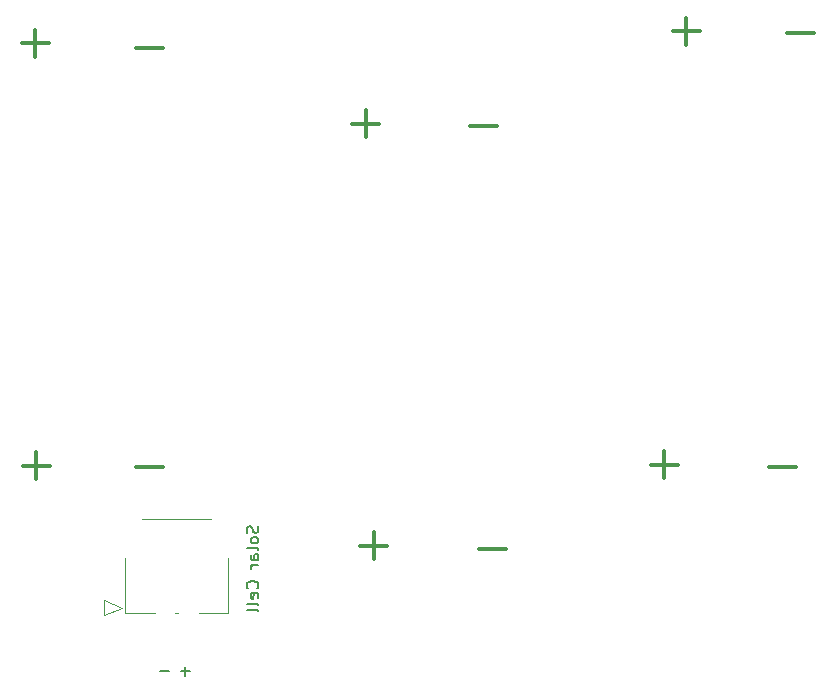
<source format=gbo>
G04 #@! TF.GenerationSoftware,KiCad,Pcbnew,(6.0.5-0)*
G04 #@! TF.CreationDate,2023-01-03T07:21:46-05:00*
G04 #@! TF.ProjectId,solar-cell-pcbs-usb,736f6c61-722d-4636-956c-6c2d70636273,3*
G04 #@! TF.SameCoordinates,Original*
G04 #@! TF.FileFunction,Legend,Bot*
G04 #@! TF.FilePolarity,Positive*
%FSLAX46Y46*%
G04 Gerber Fmt 4.6, Leading zero omitted, Abs format (unit mm)*
G04 Created by KiCad (PCBNEW (6.0.5-0)) date 2023-01-03 07:21:46*
%MOMM*%
%LPD*%
G01*
G04 APERTURE LIST*
%ADD10C,0.150000*%
%ADD11C,0.300000*%
%ADD12C,0.120000*%
%ADD13C,5.600000*%
%ADD14C,3.000000*%
%ADD15R,1.100000X1.450000*%
%ADD16R,1.350000X2.899999*%
G04 APERTURE END LIST*
D10*
X91000952Y-125791428D02*
X90239047Y-125791428D01*
D11*
X88157142Y-108514285D02*
X90442857Y-108514285D01*
D10*
X92700952Y-125771428D02*
X91939047Y-125771428D01*
X92320000Y-126152380D02*
X92320000Y-125390476D01*
D11*
X117247142Y-115414285D02*
X119532857Y-115414285D01*
X145542857Y-71785714D02*
X143257142Y-71785714D01*
X78487142Y-72634285D02*
X80772857Y-72634285D01*
X79630000Y-73777142D02*
X79630000Y-71491428D01*
X141757142Y-108514285D02*
X144042857Y-108514285D01*
X108284285Y-114007142D02*
X108284285Y-116292857D01*
X109427142Y-115150000D02*
X107141428Y-115150000D01*
X132894285Y-109452857D02*
X132894285Y-107167142D01*
X134037142Y-108310000D02*
X131751428Y-108310000D01*
X79714285Y-109542857D02*
X79714285Y-107257142D01*
X80857142Y-108400000D02*
X78571428Y-108400000D01*
X134754285Y-72742857D02*
X134754285Y-70457142D01*
X135897142Y-71600000D02*
X133611428Y-71600000D01*
X90442857Y-73024285D02*
X88157142Y-73024285D01*
X118722857Y-79644285D02*
X116437142Y-79644285D01*
X107634285Y-80572857D02*
X107634285Y-78287142D01*
X108777142Y-79430000D02*
X106491428Y-79430000D01*
D10*
X98484761Y-113484761D02*
X98532380Y-113627619D01*
X98532380Y-113865714D01*
X98484761Y-113960952D01*
X98437142Y-114008571D01*
X98341904Y-114056190D01*
X98246666Y-114056190D01*
X98151428Y-114008571D01*
X98103809Y-113960952D01*
X98056190Y-113865714D01*
X98008571Y-113675238D01*
X97960952Y-113580000D01*
X97913333Y-113532380D01*
X97818095Y-113484761D01*
X97722857Y-113484761D01*
X97627619Y-113532380D01*
X97580000Y-113580000D01*
X97532380Y-113675238D01*
X97532380Y-113913333D01*
X97580000Y-114056190D01*
X98532380Y-114627619D02*
X98484761Y-114532380D01*
X98437142Y-114484761D01*
X98341904Y-114437142D01*
X98056190Y-114437142D01*
X97960952Y-114484761D01*
X97913333Y-114532380D01*
X97865714Y-114627619D01*
X97865714Y-114770476D01*
X97913333Y-114865714D01*
X97960952Y-114913333D01*
X98056190Y-114960952D01*
X98341904Y-114960952D01*
X98437142Y-114913333D01*
X98484761Y-114865714D01*
X98532380Y-114770476D01*
X98532380Y-114627619D01*
X98532380Y-115532380D02*
X98484761Y-115437142D01*
X98389523Y-115389523D01*
X97532380Y-115389523D01*
X98532380Y-116341904D02*
X98008571Y-116341904D01*
X97913333Y-116294285D01*
X97865714Y-116199047D01*
X97865714Y-116008571D01*
X97913333Y-115913333D01*
X98484761Y-116341904D02*
X98532380Y-116246666D01*
X98532380Y-116008571D01*
X98484761Y-115913333D01*
X98389523Y-115865714D01*
X98294285Y-115865714D01*
X98199047Y-115913333D01*
X98151428Y-116008571D01*
X98151428Y-116246666D01*
X98103809Y-116341904D01*
X98532380Y-116818095D02*
X97865714Y-116818095D01*
X98056190Y-116818095D02*
X97960952Y-116865714D01*
X97913333Y-116913333D01*
X97865714Y-117008571D01*
X97865714Y-117103809D01*
X98437142Y-118770476D02*
X98484761Y-118722857D01*
X98532380Y-118580000D01*
X98532380Y-118484761D01*
X98484761Y-118341904D01*
X98389523Y-118246666D01*
X98294285Y-118199047D01*
X98103809Y-118151428D01*
X97960952Y-118151428D01*
X97770476Y-118199047D01*
X97675238Y-118246666D01*
X97580000Y-118341904D01*
X97532380Y-118484761D01*
X97532380Y-118580000D01*
X97580000Y-118722857D01*
X97627619Y-118770476D01*
X98484761Y-119580000D02*
X98532380Y-119484761D01*
X98532380Y-119294285D01*
X98484761Y-119199047D01*
X98389523Y-119151428D01*
X98008571Y-119151428D01*
X97913333Y-119199047D01*
X97865714Y-119294285D01*
X97865714Y-119484761D01*
X97913333Y-119580000D01*
X98008571Y-119627619D01*
X98103809Y-119627619D01*
X98199047Y-119151428D01*
X98532380Y-120199047D02*
X98484761Y-120103809D01*
X98389523Y-120056190D01*
X97532380Y-120056190D01*
X98532380Y-120722857D02*
X98484761Y-120627619D01*
X98389523Y-120580000D01*
X97532380Y-120580000D01*
D12*
X86976008Y-120420000D02*
X85452008Y-119785000D01*
X95979991Y-116215040D02*
X95979991Y-120845000D01*
X95979991Y-120845000D02*
X93475041Y-120845000D01*
X87230008Y-120845000D02*
X87230008Y-116215040D01*
X85452008Y-119785000D02*
X85452008Y-121055000D01*
X91734961Y-120845000D02*
X91475040Y-120845000D01*
X85452008Y-121055000D02*
X86976008Y-120420000D01*
X89734960Y-120845000D02*
X87230008Y-120845000D01*
X88689018Y-112895000D02*
X94520981Y-112895000D01*
%LPC*%
D13*
X84600000Y-42750000D03*
D14*
X108700000Y-111000000D03*
X117700000Y-111000000D03*
X133300000Y-104200000D03*
X142300000Y-104200000D03*
D13*
X139600000Y-138250000D03*
D14*
X79700000Y-104200000D03*
X88700000Y-104200000D03*
D13*
X125850000Y-42750000D03*
D14*
X135100000Y-67500000D03*
X144100000Y-67500000D03*
D13*
X84600000Y-138250000D03*
D14*
X79700000Y-68700000D03*
X88700000Y-68700000D03*
D13*
X139600000Y-42750000D03*
X98350000Y-42750000D03*
X98350000Y-138250000D03*
D14*
X108000000Y-75320000D03*
X117000000Y-75320000D03*
D15*
X90605000Y-120420000D03*
X92605001Y-120420000D03*
D16*
X87710002Y-114445001D03*
X95499997Y-114445001D03*
M02*

</source>
